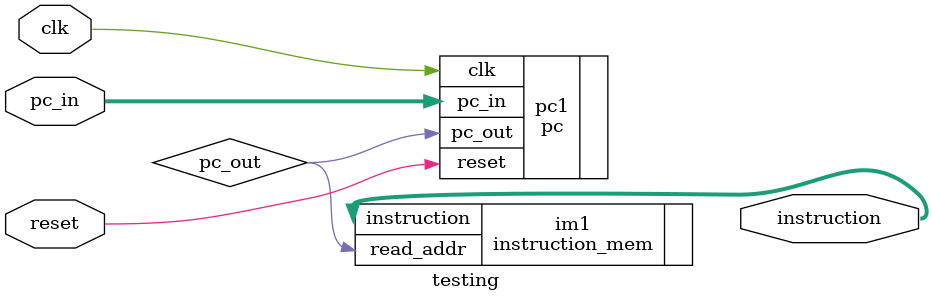
<source format=v>
`timescale 1ns / 1ps
module testing(
	input reset,
	input clk,
	input wire [31:0] pc_in,
	output reg [31:0]instruction
    );
	wire rst;
	wire clock;
	wire [31:0] PCin;
	reg [31:0]inst;
	reg [31:0] PCout;
	wire rd_addr;
	 
	 pc pc1(
		.pc_in(pc_in),
		.clk(clk),
		.reset(reset),
		.pc_out(pc_out)
		);
	instruction_mem im1(
		.read_addr(pc_out),
		.instruction(instruction)
		);

endmodule

</source>
